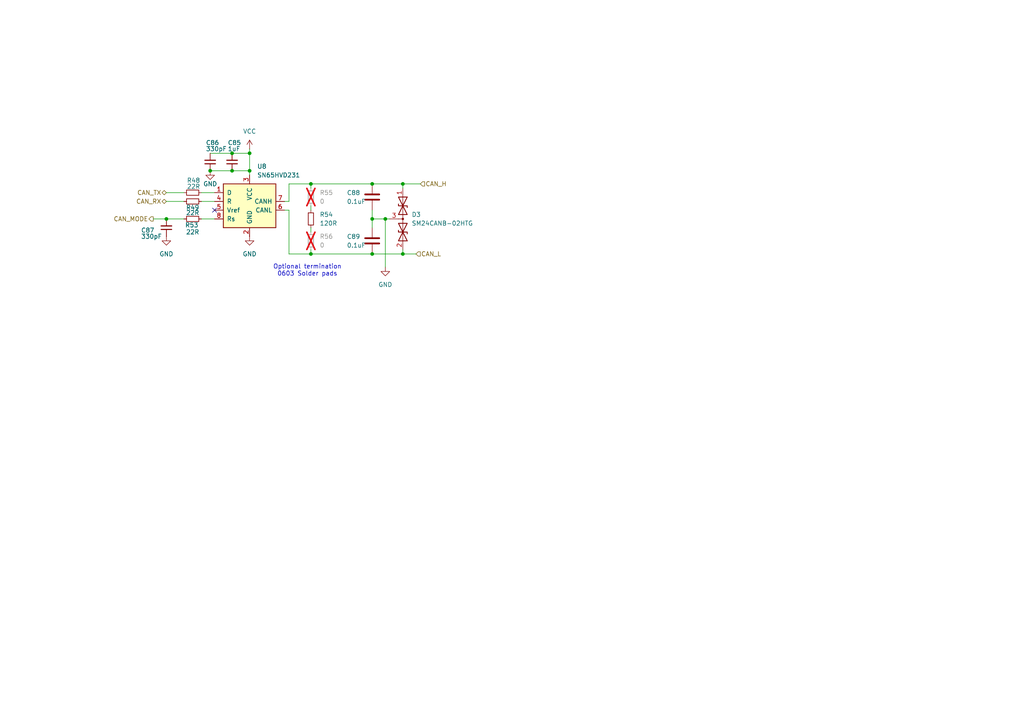
<source format=kicad_sch>
(kicad_sch (version 20231120) (generator "eeschema") (generator_version "8.0")
  (paper "A4")
  (lib_symbols
    (symbol "Device:C" (pin_numbers hide) (pin_names (offset 0.254))
      (property "Reference" "C" (at 0.635 2.54 0))
      (property "Value" "C" (at 0.635 -2.54 0))
      (symbol "C_0_1"
        (polyline (pts (xy -2.032 -0.762) (xy 2.032 -0.762)) (stroke (width 0.508)))
        (polyline (pts (xy -2.032 0.762) (xy 2.032 0.762)) (stroke (width 0.508)))
      )
      (symbol "C_1_1"
        (pin passive line (at 0 3.81 270) (length 2.794) (name "~") (number "1"))
        (pin passive line (at 0 -3.81 90) (length 2.794) (name "~") (number "2"))
      )
    )
    (symbol "Device:C_Small" (pin_numbers hide) (pin_names (offset 0.254) hide)
      (property "Reference" "C" (at 0.254 1.778 0))
      (property "Value" "C_Small" (at 0.254 -2.032 0))
      (symbol "C_Small_0_1"
        (polyline (pts (xy -1.524 -0.508) (xy 1.524 -0.508)) (stroke (width 0.3302)))
        (polyline (pts (xy -1.524 0.508) (xy 1.524 0.508)) (stroke (width 0.3048)))
      )
      (symbol "C_Small_1_1"
        (pin passive line (at 0 2.54 270) (length 2.032) (name "~") (number "1"))
        (pin passive line (at 0 -2.54 90) (length 2.032) (name "~") (number "2"))
      )
    )
    (symbol "Device:D_TVS_Dual_AAC" (pin_names (offset 1.016) hide)
      (property "Reference" "D" (at 0 4.445 0))
      (property "Value" "D_TVS_Dual_AAC" (at 0 2.54 0))
      (symbol "D_TVS_Dual_AAC_0_0"
        (polyline (pts (xy 0 -1.27) (xy 0 0)))
      )
      (symbol "D_TVS_Dual_AAC_0_1"
        (polyline (pts (xy -6.35 0) (xy 6.35 0)))
        (polyline (pts (xy -3.302 1.27) (xy -3.81 1.27) (xy -3.81 -1.27) (xy -4.318 -1.27)) (stroke (width 0.254)))
        (polyline (pts (xy 4.318 1.27) (xy 3.81 1.27) (xy 3.81 -1.27) (xy 3.302 -1.27)) (stroke (width 0.254)))
        (polyline (pts (xy -6.35 1.27) (xy -1.27 -1.27) (xy -1.27 1.27) (xy -6.35 -1.27) (xy -6.35 1.27)) (stroke (width 0.254)))
        (polyline (pts (xy 6.35 1.27) (xy 1.27 -1.27) (xy 1.27 1.27) (xy 6.35 -1.27) (xy 6.35 1.27)) (stroke (width 0.254)))
        (circle (center 0 0) (radius 0.254) (fill (type outline)))
      )
      (symbol "D_TVS_Dual_AAC_1_1"
        (pin passive line (at -8.89 0 0) (length 2.54) (name "A1") (number "1"))
        (pin passive line (at 8.89 0 180) (length 2.54) (name "A2") (number "2"))
        (pin passive line (at 0 -3.81 90) (length 2.54) (name "common") (number "3"))
      )
    )
    (symbol "Device:R_Small" (pin_numbers hide) (pin_names (offset 0.254) hide)
      (property "Reference" "R" (at 0.762 0.508 0))
      (property "Value" "R_Small" (at 0.762 -1.016 0))
      (symbol "R_Small_0_1"
        (rectangle (start -0.762 1.778) (end 0.762 -1.778) (stroke (width 0.2032)))
      )
      (symbol "R_Small_1_1"
        (pin passive line (at 0 2.54 270) (length 0.762) (name "~") (number "1"))
        (pin passive line (at 0 -2.54 90) (length 0.762) (name "~") (number "2"))
      )
    )
    (symbol "Interface_CAN_LIN:SN65HVD231" (pin_names (offset 1.016))
      (property "Reference" "U" (at -2.54 10.16 0))
      (property "Value" "SN65HVD231" (at -2.54 7.62 0))
      (symbol "SN65HVD231_0_1"
        (rectangle (start -7.62 5.08) (end 7.62 -7.62) (stroke (width 0.254)) (fill (type background)))
      )
      (symbol "SN65HVD231_1_1"
        (pin input line (at -10.16 2.54 0) (length 2.54) (name "D") (number "1"))
        (pin power_in line (at 0 -10.16 90) (length 2.54) (name "GND") (number "2"))
        (pin power_in line (at 0 7.62 270) (length 2.54) (name "VCC") (number "3"))
        (pin output line (at -10.16 0 0) (length 2.54) (name "R") (number "4"))
        (pin output line (at -10.16 -2.54 0) (length 2.54) (name "Vref") (number "5"))
        (pin bidirectional line (at 10.16 -2.54 180) (length 2.54) (name "CANL") (number "6"))
        (pin bidirectional line (at 10.16 0 180) (length 2.54) (name "CANH") (number "7"))
        (pin input line (at -10.16 -5.08 0) (length 2.54) (name "Rs") (number "8"))
      )
    )
    (symbol "power:GND" (power) (pin_numbers hide) (pin_names (offset 0) hide)
      (property "Value" "GND" (at 0 -3.81 0))
      (symbol "GND_0_1"
        (polyline (pts (xy 0 0) (xy 0 -1.27) (xy 1.27 -1.27) (xy 0 -2.54) (xy -1.27 -1.27) (xy 0 -1.27)))
      )
      (symbol "GND_1_1"
        (pin power_in line (at 0 0 270) (length 0) (name "~") (number "1"))
      )
    )
    (symbol "power:VCC" (power) (pin_numbers hide) (pin_names (offset 0) hide)
      (property "Value" "VCC" (at 0 3.556 0))
      (symbol "VCC_0_1"
        (polyline (pts (xy -0.762 1.27) (xy 0 2.54)))
        (polyline (pts (xy 0 0) (xy 0 2.54)))
        (polyline (pts (xy 0 2.54) (xy 0.762 1.27)))
      )
      (symbol "VCC_1_1"
        (pin power_in line (at 0 0 90) (length 0) (name "~") (number "1"))
      )
    )
  )
  (junction (at 67.31 44.45))
  (junction (at 72.39 49.53))
  (junction (at 107.95 73.66))
  (junction (at 116.84 53.34))
  (junction (at 72.39 44.45))
  (junction (at 90.17 73.66))
  (junction (at 107.95 63.5))
  (junction (at 111.76 63.5))
  (junction (at 60.96 49.53))
  (junction (at 107.95 53.34))
  (junction (at 48.26 63.5))
  (junction (at 90.17 53.34))
  (junction (at 116.84 73.66))
  (junction (at 67.31 49.53))
  (no_connect (at 62.23 60.96))
  (wire (pts (xy 72.39 49.53) (xy 72.39 50.8)))
  (wire (pts (xy 90.17 53.34) (xy 107.95 53.34)))
  (wire (pts (xy 48.26 63.5) (xy 53.34 63.5)))
  (wire (pts (xy 107.95 63.5) (xy 107.95 66.04)))
  (wire (pts (xy 90.17 73.66) (xy 83.82 73.66)))
  (wire (pts (xy 67.31 44.45) (xy 72.39 44.45)))
  (wire (pts (xy 90.17 53.34) (xy 83.82 53.34)))
  (wire (pts (xy 60.96 49.53) (xy 67.31 49.53)))
  (wire (pts (xy 83.82 58.42) (xy 82.55 58.42)))
  (wire (pts (xy 60.96 44.45) (xy 67.31 44.45)))
  (wire (pts (xy 72.39 44.45) (xy 72.39 49.53)))
  (wire (pts (xy 116.84 53.34) (xy 121.92 53.34)))
  (wire (pts (xy 111.76 63.5) (xy 111.76 77.47)))
  (wire (pts (xy 107.95 60.96) (xy 107.95 63.5)))
  (wire (pts (xy 107.95 53.34) (xy 116.84 53.34)))
  (wire (pts (xy 116.84 73.66) (xy 120.65 73.66)))
  (wire (pts (xy 107.95 73.66) (xy 116.84 73.66)))
  (wire (pts (xy 48.26 55.88) (xy 53.34 55.88)))
  (wire (pts (xy 58.42 55.88) (xy 62.23 55.88)))
  (wire (pts (xy 67.31 49.53) (xy 72.39 49.53)))
  (wire (pts (xy 83.82 53.34) (xy 83.82 58.42)))
  (wire (pts (xy 90.17 73.66) (xy 107.95 73.66)))
  (wire (pts (xy 90.17 53.34) (xy 90.17 54.61)))
  (wire (pts (xy 113.03 63.5) (xy 111.76 63.5)))
  (wire (pts (xy 90.17 72.39) (xy 90.17 73.66)))
  (wire (pts (xy 83.82 60.96) (xy 82.55 60.96)))
  (wire (pts (xy 90.17 66.04) (xy 90.17 67.31)))
  (wire (pts (xy 58.42 58.42) (xy 62.23 58.42)))
  (wire (pts (xy 116.84 72.39) (xy 116.84 73.66)))
  (wire (pts (xy 58.42 63.5) (xy 62.23 63.5)))
  (wire (pts (xy 107.95 63.5) (xy 111.76 63.5)))
  (wire (pts (xy 116.84 53.34) (xy 116.84 54.61)))
  (wire (pts (xy 72.39 43.18) (xy 72.39 44.45)))
  (wire (pts (xy 48.26 58.42) (xy 53.34 58.42)))
  (wire (pts (xy 44.45 63.5) (xy 48.26 63.5)))
  (wire (pts (xy 83.82 73.66) (xy 83.82 60.96)))
  (wire (pts (xy 90.17 59.69) (xy 90.17 60.96)))
  (text "Optional termination\n0603 Solder pads" (at 89.154 78.486 0) (effects (font (size 1.27 1.27))))
  (hierarchical_label "CAN_TX" (shape bidirectional) (at 48.26 55.88 180))
  (hierarchical_label "CAN_L" (shape input) (at 120.65 73.66 0))
  (hierarchical_label "CAN_MODE" (shape output) (at 44.45 63.5 180))
  (hierarchical_label "CAN_RX" (shape bidirectional) (at 48.26 58.42 180))
  (hierarchical_label "CAN_H" (shape input) (at 121.92 53.34 0))
  (symbol (lib_id "Device:C_Small") (at 48.26 66.04 180) (unit 1)
    (property "Reference" "C87" (at 40.894 66.802 0) (effects (justify right)))
    (property "Value" "330pF" (at 40.894 68.58 0) (effects (justify right)))
    (property "Description" "Unpolarized capacitor, small symbol" (effects (hide yes)))
    (property "LCSC Part #" "C526998" (effects (hide yes)))
  )
  (symbol (lib_id "Device:D_TVS_Dual_AAC") (at 116.84 63.5 270) (unit 1)
    (property "Reference" "D3" (at 119.38 62.2299 90) (effects (justify left)))
    (property "Value" "SM24CANB-02HTG" (at 119.38 64.7699 90) (effects (justify left)))
    (property "Description" "Bidirectional dual transient-voltage-suppression diode, center on pin 3" (effects (hide yes)))
    (property "LCSC Part #" "C2937019" (effects (hide yes)))
  )
  (symbol (lib_id "power:VCC") (at 72.39 43.18 0) (unit 1)
    (property "Reference" "#PWR0105" (effects (hide yes)))
    (property "Value" "VCC" (at 72.39 38.1 0))
    (property "Description" "Power symbol creates a global label with name \"VCC\"" (effects (hide yes)))
  )
  (symbol (lib_id "Device:R_Small") (at 90.17 57.15 0) (unit 1) (dnp yes)
    (property "Reference" "R55" (at 92.71 55.8799 0) (effects (justify left)))
    (property "Value" "0" (at 92.71 58.4199 0) (effects (justify left)))
    (property "Description" "Resistor, small symbol" (effects (hide yes)))
  )
  (symbol (lib_id "Device:C_Small") (at 67.31 46.99 180) (unit 1)
    (property "Reference" "C85" (at 66.04 41.402 0) (effects (justify right)))
    (property "Value" "1uF" (at 66.04 43.18 0) (effects (justify right)))
    (property "Description" "Unpolarized capacitor, small symbol" (effects (hide yes)))
    (property "LCSC Part #" "C106858" (effects (hide yes)))
  )
  (symbol (lib_id "power:GND") (at 111.76 77.47 0) (unit 1)
    (property "Reference" "#PWR0124" (effects (hide yes)))
    (property "Value" "GND" (at 111.76 82.55 0))
    (property "Description" "Power symbol creates a global label with name \"GND\" , ground" (effects (hide yes)))
  )
  (symbol (lib_id "power:GND") (at 48.26 68.58 0) (unit 1)
    (property "Reference" "#PWR0123" (effects (hide yes)))
    (property "Value" "GND" (at 48.26 73.66 0))
    (property "Description" "Power symbol creates a global label with name \"GND\" , ground" (effects (hide yes)))
  )
  (symbol (lib_id "Interface_CAN_LIN:SN65HVD231") (at 72.39 58.42 0) (unit 1)
    (property "Reference" "U8" (at 74.5841 48.26 0) (effects (justify left)))
    (property "Value" "SN65HVD231" (at 74.5841 50.8 0) (effects (justify left)))
    (property "Footprint" "Package_SO:SOIC-8_3.9x4.9mm_P1.27mm" (effects (hide yes)))
    (property "Datasheet" "http://www.ti.com/lit/ds/symlink/sn65hvd230.pdf" (effects (hide yes)))
    (property "Description" "CAN Bus Transceivers, 3.3V, 1Mbps,Ultra Low-Power capabilities, SOIC-8" (effects (hide yes)))
    (property "LCSC Part #" "C129257" (effects (hide yes)))
  )
  (symbol (lib_id "Device:C_Small") (at 60.96 46.99 180) (unit 1)
    (property "Reference" "C86" (at 59.69 41.402 0) (effects (justify right)))
    (property "Value" "330pF" (at 59.69 43.18 0) (effects (justify right)))
    (property "Footprint" "0402" (effects (hide yes)))
    (property "Description" "Unpolarized capacitor, small symbol" (effects (hide yes)))
    (property "LCSC Part #" "C526998" (effects (hide yes)))
  )
  (symbol (lib_id "Device:R_Small") (at 90.17 63.5 180) (unit 1)
    (property "Reference" "R54" (at 92.71 62.2299 0) (effects (justify right)))
    (property "Value" "120R" (at 92.71 64.7699 0) (effects (justify right)))
    (property "Footprint" "0603" (effects (hide yes)))
    (property "Description" "Resistor, small symbol" (effects (hide yes)))
    (property "LCSC Part #" "C114640" (effects (hide yes)))
  )
  (symbol (lib_id "Device:C") (at 107.95 69.85 0) (unit 1)
    (property "Reference" "C89" (at 100.584 69.342 0) (effects (justify left bottom)))
    (property "Value" "${CAPACITANCE}" (at 100.584 71.882 0) (effects (justify left bottom)))
    (property "Footprint" "Capacitor_SMD:C_0603_1608Metric" (effects (hide yes)))
    (property "Description" "CAP CER 0.1UF 50V X7R 0603" (effects (hide yes)))
    (property "SUPPLIER 1" "Digi-Key" (effects (hide yes)))
    (property "SUPPLIER PART NUMBER 1" "490-1519-2-ND" (effects (hide yes)))
    (property "MANUFACTURER" "Murata Electronics North America" (effects (hide yes)))
    (property "MANUFACTURER PART NUMBER" "GRM188R71H104KA93D" (effects (hide yes)))
    (property "ROHS" "RoHS Compliant" (effects (hide yes)))
    (property "CATEGORY" "Capacitors" (effects (hide yes)))
    (property "PRICING 1" "4000=0.01822, 8000=0.01663, 12000=0.01584 (USD)" (effects (hide yes)))
    (property "PACKAGING" "Tape & Reel (TR)" (effects (hide yes)))
    (property "CAPACITANCE" "0.1uF" (effects (hide yes)))
    (property "TOLERANCE" "±10%" (effects (hide yes)))
    (property "VOLTAGE - RATED" "50V" (effects (hide yes)))
    (property "TEMPERATURE COEFFICIENT" "X7R" (effects (hide yes)))
    (property "MOUNTING TYPE" "Surface Mount, MLCC" (effects (hide yes)))
    (property "OPERATING TEMPERATURE" "-55°C ~ 125°C" (effects (hide yes)))
    (property "APPLICATIONS" "General Purpose" (effects (hide yes)))
    (property "RATINGS" "-" (effects (hide yes)))
    (property "PACKAGE / CASE" "0603 (1608 Metric)" (effects (hide yes)))
    (property "SIZE / DIMENSION" "0.063\" L x 0.032\" W (1.60mm x 0.80mm)" (effects (hide yes)))
    (property "HEIGHT - SEATED (MAX)" "-" (effects (hide yes)))
    (property "THICKNESS (MAX)" "0.035\" (0.90mm)" (effects (hide yes)))
    (property "LEAD SPACING" "-" (effects (hide yes)))
    (property "FEATURES" "-" (effects (hide yes)))
    (property "LEAD STYLE" "-" (effects (hide yes)))
    (property "COMPONENTLINK1URL" "http://www.murata.com/~/media/webrenewal/support/library/catalog/products/capacitor/mlcc/c02e.ashx?la=en-us" (effects (hide yes)))
    (property "COMPONENTLINK1DESCRIPTION" "http://www.murata.com/~/media/webrenewal/support/library/catalog/products/capacitor/mlcc/c02e.ashx?la=en-us" (effects (hide yes)))
    (property "STOCK" "19812000" (effects (hide yes)))
    (property "PART STATUS" "Active" (effects (hide yes)))
    (property "SUPPLIER 2" "Digi-Key" (effects (hide yes)))
    (property "SUPPLIER PART NUMBER 2" "490-1519-1-ND" (effects (hide yes)))
    (property "PRICING 2" "1=0.12, 10=0.084, 100=0.0396, 500=0.02778, 1000=0.023 (USD)" (effects (hide yes)))
    (property "LCSC Part #" "C77055" (effects (hide yes)))
  )
  (symbol (lib_id "Device:R_Small") (at 90.17 69.85 0) (unit 1) (dnp yes)
    (property "Reference" "R56" (at 92.71 68.5799 0) (effects (justify left)))
    (property "Value" "0" (at 92.71 71.1199 0) (effects (justify left)))
    (property "Description" "Resistor, small symbol" (effects (hide yes)))
  )
  (symbol (lib_id "Device:C") (at 107.95 57.15 0) (unit 1)
    (property "Reference" "C88" (at 100.584 56.642 0) (effects (justify left bottom)))
    (property "Value" "${CAPACITANCE}" (at 100.584 59.182 0) (effects (justify left bottom)))
    (property "Footprint" "Capacitor_SMD:C_0603_1608Metric" (effects (hide yes)))
    (property "Description" "CAP CER 0.1UF 50V X7R 0603" (effects (hide yes)))
    (property "SUPPLIER 1" "Digi-Key" (effects (hide yes)))
    (property "SUPPLIER PART NUMBER 1" "490-1519-2-ND" (effects (hide yes)))
    (property "MANUFACTURER" "Murata Electronics North America" (effects (hide yes)))
    (property "MANUFACTURER PART NUMBER" "GRM188R71H104KA93D" (effects (hide yes)))
    (property "ROHS" "RoHS Compliant" (effects (hide yes)))
    (property "CATEGORY" "Capacitors" (effects (hide yes)))
    (property "PRICING 1" "4000=0.01822, 8000=0.01663, 12000=0.01584 (USD)" (effects (hide yes)))
    (property "PACKAGING" "Tape & Reel (TR)" (effects (hide yes)))
    (property "CAPACITANCE" "0.1uF" (effects (hide yes)))
    (property "TOLERANCE" "±10%" (effects (hide yes)))
    (property "VOLTAGE - RATED" "50V" (effects (hide yes)))
    (property "TEMPERATURE COEFFICIENT" "X7R" (effects (hide yes)))
    (property "MOUNTING TYPE" "Surface Mount, MLCC" (effects (hide yes)))
    (property "OPERATING TEMPERATURE" "-55°C ~ 125°C" (effects (hide yes)))
    (property "APPLICATIONS" "General Purpose" (effects (hide yes)))
    (property "RATINGS" "-" (effects (hide yes)))
    (property "PACKAGE / CASE" "0603 (1608 Metric)" (effects (hide yes)))
    (property "SIZE / DIMENSION" "0.063\" L x 0.032\" W (1.60mm x 0.80mm)" (effects (hide yes)))
    (property "HEIGHT - SEATED (MAX)" "-" (effects (hide yes)))
    (property "THICKNESS (MAX)" "0.035\" (0.90mm)" (effects (hide yes)))
    (property "LEAD SPACING" "-" (effects (hide yes)))
    (property "FEATURES" "-" (effects (hide yes)))
    (property "LEAD STYLE" "-" (effects (hide yes)))
    (property "COMPONENTLINK1URL" "http://www.murata.com/~/media/webrenewal/support/library/catalog/products/capacitor/mlcc/c02e.ashx?la=en-us" (effects (hide yes)))
    (property "COMPONENTLINK1DESCRIPTION" "http://www.murata.com/~/media/webrenewal/support/library/catalog/products/capacitor/mlcc/c02e.ashx?la=en-us" (effects (hide yes)))
    (property "STOCK" "19812000" (effects (hide yes)))
    (property "PART STATUS" "Active" (effects (hide yes)))
    (property "SUPPLIER 2" "Digi-Key" (effects (hide yes)))
    (property "SUPPLIER PART NUMBER 2" "490-1519-1-ND" (effects (hide yes)))
    (property "PRICING 2" "1=0.12, 10=0.084, 100=0.0396, 500=0.02778, 1000=0.023 (USD)" (effects (hide yes)))
    (property "LCSC Part #" "C77055" (effects (hide yes)))
  )
  (symbol (lib_id "power:GND") (at 60.96 49.53 0) (unit 1)
    (property "Reference" "#PWR0122" (effects (hide yes)))
    (property "Value" "GND" (at 60.96 53.34 0))
    (property "Description" "Power symbol creates a global label with name \"GND\" , ground" (effects (hide yes)))
  )
  (symbol (lib_id "power:GND") (at 72.39 68.58 0) (unit 1)
    (property "Reference" "#PWR0121" (effects (hide yes)))
    (property "Value" "GND" (at 72.39 73.66 0))
    (property "Description" "Power symbol creates a global label with name \"GND\" , ground" (effects (hide yes)))
  )
  (symbol (lib_id "Device:R_Small") (at 55.88 55.88 90) (unit 1)
    (property "Reference" "R48" (at 56.134 52.324 90))
    (property "Value" "22R" (at 56.134 54.102 90))
    (property "Description" "Resistor, small symbol" (effects (hide yes)))
    (property "LCSC Part #" "C107701" (effects (hide yes)))
  )
  (symbol (lib_id "Device:R_Small") (at 55.88 63.5 90) (unit 1)
    (property "Reference" "R53" (at 55.626 65.278 90))
    (property "Value" "22R" (at 55.88 67.31 90))
    (property "Description" "Resistor, small symbol" (effects (hide yes)))
    (property "LCSC Part #" "C107701" (effects (hide yes)))
  )
  (symbol (lib_id "Device:R_Small") (at 55.88 58.42 90) (unit 1)
    (property "Reference" "R49" (at 55.88 60.198 90))
    (property "Value" "22R" (at 55.88 61.722 90))
    (property "Description" "Resistor, small symbol" (effects (hide yes)))
    (property "LCSC Part #" "C107701" (effects (hide yes)))
  )
)
</source>
